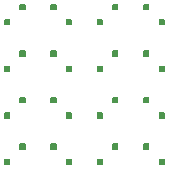
<source format=gtp>
G04 Layer: TopPasteMaskLayer*
G04 EasyEDA v6.5.51, 2025-11-13 20:27:25*
G04 8135d319d6174492bdc44f612489c6fc,9a5be75d700b4a6385dc1106f27949ae,10*
G04 Gerber Generator version 0.2*
G04 Scale: 100 percent, Rotated: No, Reflected: No *
G04 Dimensions in millimeters *
G04 leading zeros omitted , absolute positions ,4 integer and 5 decimal *
%FSLAX45Y45*%
%MOMM*%

%ADD10C,0.0177*%

%LPD*%
G36*
X324510Y-448157D02*
G01*
X319227Y-453390D01*
X319227Y-495401D01*
X324510Y-500634D01*
X366522Y-500634D01*
X371754Y-495401D01*
X371754Y-453390D01*
X366522Y-448157D01*
G37*
G36*
X324510Y-841146D02*
G01*
X319227Y-846378D01*
X319227Y-888390D01*
X324510Y-893622D01*
X366522Y-893622D01*
X371754Y-888390D01*
X371754Y-846378D01*
X366522Y-841146D01*
G37*
G36*
X324510Y-1236167D02*
G01*
X319227Y-1241399D01*
X319227Y-1283411D01*
X324510Y-1288643D01*
X366522Y-1288643D01*
X371754Y-1283411D01*
X371754Y-1241399D01*
X366522Y-1236167D01*
G37*
G36*
X324510Y-1629156D02*
G01*
X319227Y-1634388D01*
X319227Y-1676400D01*
X324510Y-1681632D01*
X366522Y-1681632D01*
X371754Y-1676400D01*
X371754Y-1634388D01*
X366522Y-1629156D01*
G37*
G36*
X454507Y-318160D02*
G01*
X449224Y-323392D01*
X449224Y-365404D01*
X454507Y-370636D01*
X496519Y-370636D01*
X501751Y-365404D01*
X501751Y-323392D01*
X496519Y-318160D01*
G37*
G36*
X454507Y-711149D02*
G01*
X449224Y-716381D01*
X449224Y-758393D01*
X454507Y-763625D01*
X496519Y-763625D01*
X501751Y-758393D01*
X501751Y-716381D01*
X496519Y-711149D01*
G37*
G36*
X454507Y-1106170D02*
G01*
X449224Y-1111402D01*
X449224Y-1153414D01*
X454507Y-1158646D01*
X496519Y-1158646D01*
X501751Y-1153414D01*
X501751Y-1111402D01*
X496519Y-1106170D01*
G37*
G36*
X454507Y-1499158D02*
G01*
X449224Y-1504391D01*
X449224Y-1546402D01*
X454507Y-1551635D01*
X496519Y-1551635D01*
X501751Y-1546402D01*
X501751Y-1504391D01*
X496519Y-1499158D01*
G37*
G36*
X717499Y-318160D02*
G01*
X712266Y-323392D01*
X712266Y-365404D01*
X717499Y-370636D01*
X759510Y-370636D01*
X764743Y-365404D01*
X764743Y-323392D01*
X759510Y-318160D01*
G37*
G36*
X717499Y-711149D02*
G01*
X712266Y-716381D01*
X712266Y-758393D01*
X717499Y-763625D01*
X759510Y-763625D01*
X764743Y-758393D01*
X764743Y-716381D01*
X759510Y-711149D01*
G37*
G36*
X717499Y-1106170D02*
G01*
X712266Y-1111402D01*
X712266Y-1153414D01*
X717499Y-1158646D01*
X759510Y-1158646D01*
X764743Y-1153414D01*
X764743Y-1111402D01*
X759510Y-1106170D01*
G37*
G36*
X717499Y-1499158D02*
G01*
X712266Y-1504391D01*
X712266Y-1546402D01*
X717499Y-1551635D01*
X759510Y-1551635D01*
X764743Y-1546402D01*
X764743Y-1504391D01*
X759510Y-1499158D01*
G37*
G36*
X847496Y-448157D02*
G01*
X842264Y-453390D01*
X842264Y-495401D01*
X847496Y-500634D01*
X889508Y-500634D01*
X894740Y-495401D01*
X894740Y-453390D01*
X889508Y-448157D01*
G37*
G36*
X847496Y-841146D02*
G01*
X842264Y-846378D01*
X842264Y-888390D01*
X847496Y-893622D01*
X889508Y-893622D01*
X894740Y-888390D01*
X894740Y-846378D01*
X889508Y-841146D01*
G37*
G36*
X847496Y-1236167D02*
G01*
X842264Y-1241399D01*
X842264Y-1283411D01*
X847496Y-1288643D01*
X889508Y-1288643D01*
X894740Y-1283411D01*
X894740Y-1241399D01*
X889508Y-1236167D01*
G37*
G36*
X847496Y-1629156D02*
G01*
X842264Y-1634388D01*
X842264Y-1676400D01*
X847496Y-1681632D01*
X889508Y-1681632D01*
X894740Y-1676400D01*
X894740Y-1634388D01*
X889508Y-1629156D01*
G37*
G36*
X1110488Y-448157D02*
G01*
X1105255Y-453390D01*
X1105255Y-495401D01*
X1110488Y-500634D01*
X1152499Y-500634D01*
X1157732Y-495401D01*
X1157732Y-453390D01*
X1152499Y-448157D01*
G37*
G36*
X1110488Y-841146D02*
G01*
X1105255Y-846378D01*
X1105255Y-888390D01*
X1110488Y-893622D01*
X1152499Y-893622D01*
X1157732Y-888390D01*
X1157732Y-846378D01*
X1152499Y-841146D01*
G37*
G36*
X1110488Y-1236167D02*
G01*
X1105255Y-1241399D01*
X1105255Y-1283411D01*
X1110488Y-1288643D01*
X1152499Y-1288643D01*
X1157732Y-1283411D01*
X1157732Y-1241399D01*
X1152499Y-1236167D01*
G37*
G36*
X1110488Y-1629156D02*
G01*
X1105255Y-1634388D01*
X1105255Y-1676400D01*
X1110488Y-1681632D01*
X1152499Y-1681632D01*
X1157732Y-1676400D01*
X1157732Y-1634388D01*
X1152499Y-1629156D01*
G37*
G36*
X1240485Y-318160D02*
G01*
X1235252Y-323392D01*
X1235252Y-365404D01*
X1240485Y-370636D01*
X1282496Y-370636D01*
X1287729Y-365404D01*
X1287729Y-323392D01*
X1282496Y-318160D01*
G37*
G36*
X1240485Y-711149D02*
G01*
X1235252Y-716381D01*
X1235252Y-758393D01*
X1240485Y-763625D01*
X1282496Y-763625D01*
X1287729Y-758393D01*
X1287729Y-716381D01*
X1282496Y-711149D01*
G37*
G36*
X1240485Y-1106170D02*
G01*
X1235252Y-1111402D01*
X1235252Y-1153414D01*
X1240485Y-1158646D01*
X1282496Y-1158646D01*
X1287729Y-1153414D01*
X1287729Y-1111402D01*
X1282496Y-1106170D01*
G37*
G36*
X1240485Y-1499158D02*
G01*
X1235252Y-1504391D01*
X1235252Y-1546402D01*
X1240485Y-1551635D01*
X1282496Y-1551635D01*
X1287729Y-1546402D01*
X1287729Y-1504391D01*
X1282496Y-1499158D01*
G37*
G36*
X1503476Y-318160D02*
G01*
X1498244Y-323392D01*
X1498244Y-365404D01*
X1503476Y-370636D01*
X1545488Y-370636D01*
X1550720Y-365404D01*
X1550720Y-323392D01*
X1545488Y-318160D01*
G37*
G36*
X1503476Y-711149D02*
G01*
X1498244Y-716381D01*
X1498244Y-758393D01*
X1503476Y-763625D01*
X1545488Y-763625D01*
X1550720Y-758393D01*
X1550720Y-716381D01*
X1545488Y-711149D01*
G37*
G36*
X1503476Y-1106170D02*
G01*
X1498244Y-1111402D01*
X1498244Y-1153414D01*
X1503476Y-1158646D01*
X1545488Y-1158646D01*
X1550720Y-1153414D01*
X1550720Y-1111402D01*
X1545488Y-1106170D01*
G37*
G36*
X1503476Y-1499158D02*
G01*
X1498244Y-1504391D01*
X1498244Y-1546402D01*
X1503476Y-1551635D01*
X1545488Y-1551635D01*
X1550720Y-1546402D01*
X1550720Y-1504391D01*
X1545488Y-1499158D01*
G37*
G36*
X1633474Y-448157D02*
G01*
X1628241Y-453390D01*
X1628241Y-495401D01*
X1633474Y-500634D01*
X1675485Y-500634D01*
X1680768Y-495401D01*
X1680768Y-453390D01*
X1675485Y-448157D01*
G37*
G36*
X1633474Y-841146D02*
G01*
X1628241Y-846378D01*
X1628241Y-888390D01*
X1633474Y-893622D01*
X1675485Y-893622D01*
X1680768Y-888390D01*
X1680768Y-846378D01*
X1675485Y-841146D01*
G37*
G36*
X1633474Y-1236167D02*
G01*
X1628241Y-1241399D01*
X1628241Y-1283411D01*
X1633474Y-1288643D01*
X1675485Y-1288643D01*
X1680768Y-1283411D01*
X1680768Y-1241399D01*
X1675485Y-1236167D01*
G37*
G36*
X1633474Y-1629156D02*
G01*
X1628241Y-1634388D01*
X1628241Y-1676400D01*
X1633474Y-1681632D01*
X1675485Y-1681632D01*
X1680768Y-1676400D01*
X1680768Y-1634388D01*
X1675485Y-1629156D01*
G37*
M02*

</source>
